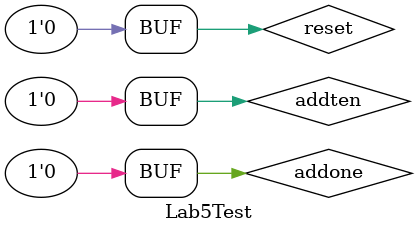
<source format=v>
module Lab5Test();
   reg addone, addten, reset, CLK;
   wire [6:0] lsb, msb;
   parameter time_out = 100;

   initial $monitor (addone, addten, reset, CLK, msb, lsb);
   always 
		begin
			if (CLK ==1)
				#1 CLK=0;
			else
				#1 CLK=1;
		end
	always 
		begin
			#0 reset=1;
			#5 reset=0;
			#5 addone=1; addten=0;
			#5 addone = 0; addten = 0;
			#5 addone=1; addten=0;
			#5 addone = 0; addten = 0;
			#5 addone=0; addten=1;
			#5 addone = 0; addten = 0;
			#5 addone=0; addten=1;
			#5 addone = 0; addten = 0;
			#5 addone=0; addten=1;
			#5 addone = 0; addten = 0;
			#5 addone=0; addten=1;
			#5 addone = 0; addten = 0;
			#5 addone=0; addten=1;
			#5 addone = 0; addten = 0;
			#5 addone=0; addten=1;
			#5 addone = 0; addten = 0;
			#5 addone=0; addten=1;
			#5 addone = 0; addten = 0;
			#5 addone=0; addten=1;
			#5 addone = 0; addten = 0;
			#5 addone=0; addten=1;
			#5 addone = 0; addten = 0;
			#5 addone=1; addten=0;
			#5 addone = 0; addten = 0;
			#5 addone=1; addten=0;
			#5 addone = 0; addten = 0;
			#5 addone=1; addten=0;
			#5 addone = 0; addten = 0;
			#5 addone=1; addten=0;
			#5 addone = 0; addten = 0;
			#5 addone=1; addten=0;
			#5 addone = 0; addten = 0;
			#5 addone=1; addten=0;
			#5 addone = 0; addten = 0;
			#5 addone=1; addten=0;
			#5 addone = 0; addten = 0;
			#5 addone=1; addten=0;
			#5 addone = 0; addten = 0;
			#5 addone=1; addten=0;
			#5 addone = 0; addten = 0;
			#5 addone=1; addten=0;
			#5 addone = 0; addten = 0;
			#5 reset = 1;
			#5 reset = 0;
			#10 reset = 1;
			#10 reset = 0;
			#10 reset = 0;
		end
		Lab5 test (addone, addten, reset, CLK, lsb, msb);
endmodule

</source>
